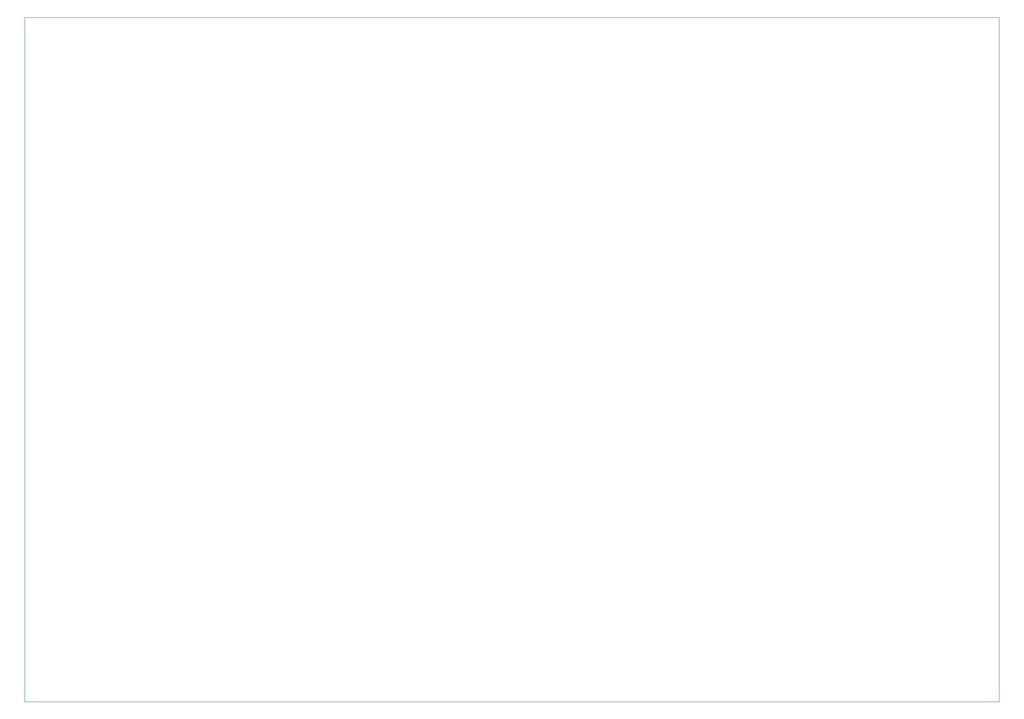
<source format=gbr>
G04 #@! TF.GenerationSoftware,KiCad,Pcbnew,5.1.5-52549c5~84~ubuntu18.04.1*
G04 #@! TF.CreationDate,2020-02-12T19:27:31-05:00*
G04 #@! TF.ProjectId,solenoid_board,736f6c65-6e6f-4696-945f-626f6172642e,rev?*
G04 #@! TF.SameCoordinates,Original*
G04 #@! TF.FileFunction,Profile,NP*
%FSLAX46Y46*%
G04 Gerber Fmt 4.6, Leading zero omitted, Abs format (unit mm)*
G04 Created by KiCad (PCBNEW 5.1.5-52549c5~84~ubuntu18.04.1) date 2020-02-12 19:27:31*
%MOMM*%
%LPD*%
G04 APERTURE LIST*
G04 #@! TA.AperFunction,Profile*
%ADD10C,0.120000*%
G04 #@! TD*
G04 APERTURE END LIST*
D10*
X50000000Y-25000000D02*
X50000000Y-155000000D01*
X235000000Y-25000000D02*
X50000000Y-25000000D01*
X235000000Y-155000000D02*
X235000000Y-25000000D01*
X50000000Y-155000000D02*
X235000000Y-155000000D01*
M02*

</source>
